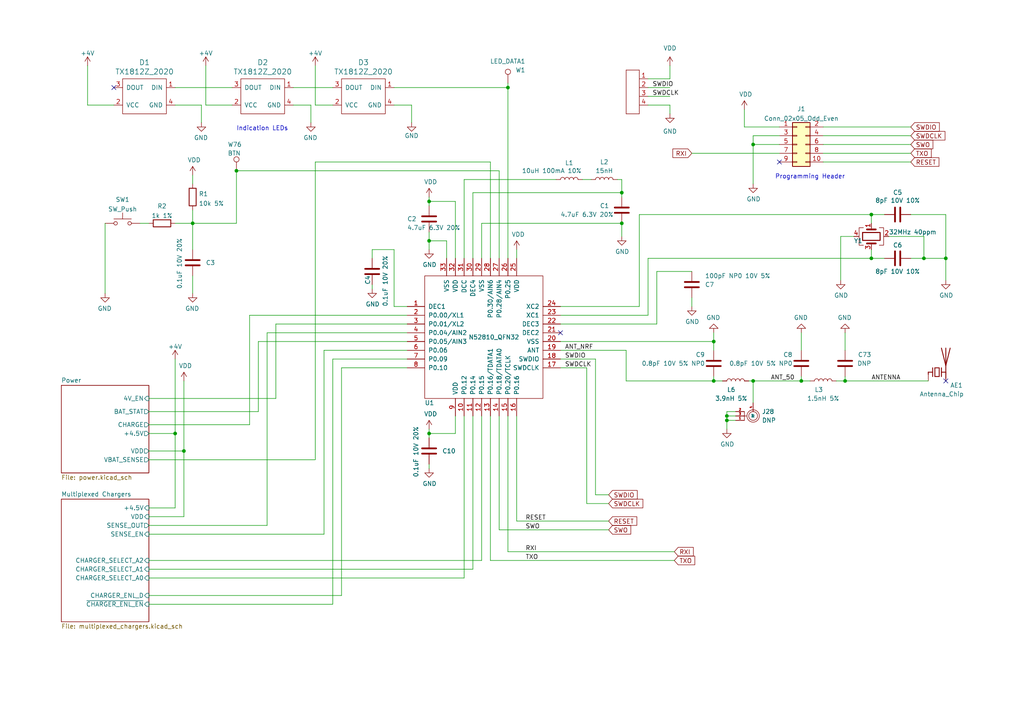
<source format=kicad_sch>
(kicad_sch (version 20211123) (generator eeschema)
  (paper "A4")
  (lib_symbols
    (symbol "Connector_Generic:Conn_02x05_Odd_Even" (pin_names (offset 1.016) hide)
      (property "Reference" "J" (at 1.27 7.62 0))
      (property "Value" "Conn_02x05_Odd_Even" (at 1.27 -7.62 0))
      (symbol "Conn_02x05_Odd_Even_1_1"
        (rectangle (start -1.27 -4.953) (end 0 -5.207) (stroke (width 0.1524)))
        (rectangle (start -1.27 -2.413) (end 0 -2.667) (stroke (width 0.1524)))
        (rectangle (start -1.27 0.127) (end 0 -0.127) (stroke (width 0.1524)))
        (rectangle (start -1.27 2.667) (end 0 2.413) (stroke (width 0.1524)))
        (rectangle (start -1.27 5.207) (end 0 4.953) (stroke (width 0.1524)))
        (rectangle (start -1.27 6.35) (end 3.81 -6.35) (stroke (width 0.254)) (fill (type background)))
        (rectangle (start 3.81 -4.953) (end 2.54 -5.207) (stroke (width 0.1524)))
        (rectangle (start 3.81 -2.413) (end 2.54 -2.667) (stroke (width 0.1524)))
        (rectangle (start 3.81 0.127) (end 2.54 -0.127) (stroke (width 0.1524)))
        (rectangle (start 3.81 2.667) (end 2.54 2.413) (stroke (width 0.1524)))
        (rectangle (start 3.81 5.207) (end 2.54 4.953) (stroke (width 0.1524)))
        (pin passive line (at -5.08 5.08 0) (length 3.81) (name "Pin_1") (number "1"))
        (pin passive line (at 7.62 -5.08 180) (length 3.81) (name "Pin_10") (number "10"))
        (pin passive line (at 7.62 5.08 180) (length 3.81) (name "Pin_2") (number "2"))
        (pin passive line (at -5.08 2.54 0) (length 3.81) (name "Pin_3") (number "3"))
        (pin passive line (at 7.62 2.54 180) (length 3.81) (name "Pin_4") (number "4"))
        (pin passive line (at -5.08 0 0) (length 3.81) (name "Pin_5") (number "5"))
        (pin passive line (at 7.62 0 180) (length 3.81) (name "Pin_6") (number "6"))
        (pin passive line (at -5.08 -2.54 0) (length 3.81) (name "Pin_7") (number "7"))
        (pin passive line (at 7.62 -2.54 180) (length 3.81) (name "Pin_8") (number "8"))
        (pin passive line (at -5.08 -5.08 0) (length 3.81) (name "Pin_9") (number "9"))
      )
    )
    (symbol "Device:Antenna_Chip" (pin_numbers hide) (pin_names (offset 1.016) hide)
      (property "Reference" "AE" (at 0 5.08 0))
      (property "Value" "Antenna_Chip" (at 0 3.175 0))
      (symbol "Antenna_Chip_0_1"
        (polyline (pts (xy -2.54 0) (xy -2.54 -0.635)) (stroke (width 0.254)))
        (polyline (pts (xy -2.54 0) (xy -1.27 0)) (stroke (width 0.254)))
        (polyline (pts (xy 1.27 0) (xy 2.54 0)) (stroke (width 0.254)))
        (polyline (pts (xy 1.27 1.27) (xy 1.27 -1.27)) (stroke (width 0.254)))
        (polyline (pts (xy 2.54 -0.635) (xy 2.54 0)))
        (polyline (pts (xy 2.54 6.985) (xy 2.54 -1.905)) (stroke (width 0.254)))
        (polyline (pts (xy -1.27 1.27) (xy -1.27 -1.27) (xy -1.27 0)) (stroke (width 0.254)))
        (polyline (pts (xy 3.81 6.985) (xy 2.54 1.905) (xy 1.27 6.985)) (stroke (width 0.254)))
        (polyline (pts (xy -0.635 1.27) (xy 0.635 1.27) (xy 0.635 -1.27) (xy -0.635 -1.27) (xy -0.635 1.27)) (stroke (width 0.254)))
      )
      (symbol "Antenna_Chip_1_1"
        (pin input line (at -2.54 -2.54 90) (length 2.54) (name "FEED") (number "1"))
        (pin passive line (at 2.54 -2.54 90) (length 2.54) (name "PCB_Trace") (number "2"))
      )
    )
    (symbol "Device:C" (pin_numbers hide) (pin_names (offset 0.254))
      (property "Reference" "C" (at 0.635 2.54 0))
      (property "Value" "C" (at 0.635 -2.54 0))
      (symbol "C_0_1"
        (polyline (pts (xy -2.032 -0.762) (xy 2.032 -0.762)) (stroke (width 0.508)))
        (polyline (pts (xy -2.032 0.762) (xy 2.032 0.762)) (stroke (width 0.508)))
      )
      (symbol "C_1_1"
        (pin passive line (at 0 3.81 270) (length 2.794) (name "~") (number "1"))
        (pin passive line (at 0 -3.81 90) (length 2.794) (name "~") (number "2"))
      )
    )
    (symbol "Device:Crystal_GND24" (pin_names (offset 1.016) hide)
      (property "Reference" "Y" (at 3.175 5.08 0))
      (property "Value" "Crystal_GND24" (at 3.175 3.175 0))
      (symbol "Crystal_GND24_0_1"
        (rectangle (start -1.143 2.54) (end 1.143 -2.54) (stroke (width 0.3048)))
        (polyline (pts (xy -2.54 0) (xy -2.032 0)))
        (polyline (pts (xy -2.032 -1.27) (xy -2.032 1.27)) (stroke (width 0.508)))
        (polyline (pts (xy 0 -3.81) (xy 0 -3.556)))
        (polyline (pts (xy 0 3.556) (xy 0 3.81)))
        (polyline (pts (xy 2.032 -1.27) (xy 2.032 1.27)) (stroke (width 0.508)))
        (polyline (pts (xy 2.032 0) (xy 2.54 0)))
        (polyline (pts (xy -2.54 -2.286) (xy -2.54 -3.556) (xy 2.54 -3.556) (xy 2.54 -2.286)))
        (polyline (pts (xy -2.54 2.286) (xy -2.54 3.556) (xy 2.54 3.556) (xy 2.54 2.286)))
      )
      (symbol "Crystal_GND24_1_1"
        (pin passive line (at -3.81 0 0) (length 1.27) (name "1") (number "1"))
        (pin passive line (at 0 5.08 270) (length 1.27) (name "2") (number "2"))
        (pin passive line (at 3.81 0 180) (length 1.27) (name "3") (number "3"))
        (pin passive line (at 0 -5.08 90) (length 1.27) (name "4") (number "4"))
      )
    )
    (symbol "Device:L" (pin_numbers hide) (pin_names (offset 1.016) hide)
      (property "Reference" "L" (at -1.27 0 90))
      (property "Value" "L" (at 1.905 0 90))
      (symbol "L_0_1"
        (arc (start 0 -2.54) (mid 0.635 -1.905) (end 0 -1.27))
        (arc (start 0 -1.27) (mid 0.635 -0.635) (end 0 0))
        (arc (start 0 0) (mid 0.635 0.635) (end 0 1.27))
        (arc (start 0 1.27) (mid 0.635 1.905) (end 0 2.54))
      )
      (symbol "L_1_1"
        (pin passive line (at 0 3.81 270) (length 1.27) (name "1") (number "1"))
        (pin passive line (at 0 -3.81 90) (length 1.27) (name "2") (number "2"))
      )
    )
    (symbol "Device:R" (pin_numbers hide) (pin_names (offset 0))
      (property "Reference" "R" (at 2.032 0 90))
      (property "Value" "R" (at 0 0 90))
      (symbol "R_0_1"
        (rectangle (start -1.016 -2.54) (end 1.016 2.54) (stroke (width 0.254)))
      )
      (symbol "R_1_1"
        (pin passive line (at 0 3.81 270) (length 1.27) (name "~") (number "1"))
        (pin passive line (at 0 -3.81 90) (length 1.27) (name "~") (number "2"))
      )
    )
    (symbol "Pixels-dice:N52810_QFN32" (pin_names (offset 1.016))
      (property "Reference" "U" (at 13.97 -19.05 0))
      (property "Value" "N52810_QFN32" (at 2.54 0 0))
      (symbol "N52810_QFN32_0_1"
        (rectangle (start -17.78 17.78) (end 16.51 -17.78))
      )
      (symbol "N52810_QFN32_1_1"
        (pin power_out line (at -22.86 8.89 0) (length 5.08) (name "DEC1") (number "1"))
        (pin bidirectional line (at -6.35 -22.86 90) (length 5.08) (name "P0.12") (number "10"))
        (pin bidirectional line (at -3.81 -22.86 90) (length 5.08) (name "P0.14") (number "11"))
        (pin bidirectional line (at -1.27 -22.86 90) (length 5.08) (name "P0.15") (number "12"))
        (pin bidirectional line (at 1.27 -22.86 90) (length 5.08) (name "P0.16/TDATA1") (number "13"))
        (pin bidirectional line (at 3.81 -22.86 90) (length 5.08) (name "P0.18/TDATA0") (number "14"))
        (pin bidirectional line (at 6.35 -22.86 90) (length 5.08) (name "P0.20/TCLK") (number "15"))
        (pin bidirectional line (at 8.89 -22.86 90) (length 5.08) (name "P0.16") (number "16"))
        (pin bidirectional line (at 21.59 -8.89 180) (length 5.08) (name "SWDCLK") (number "17"))
        (pin bidirectional line (at 21.59 -6.35 180) (length 5.08) (name "SWDIO") (number "18"))
        (pin output line (at 21.59 -3.81 180) (length 5.08) (name "ANT") (number "19"))
        (pin bidirectional line (at -22.86 6.35 0) (length 5.08) (name "P0.00/XL1") (number "2"))
        (pin output line (at 21.59 -1.27 180) (length 5.08) (name "VSS") (number "20"))
        (pin output line (at 21.59 1.27 180) (length 5.08) (name "DEC2") (number "21"))
        (pin output line (at 21.59 3.81 180) (length 5.08) (name "DEC3") (number "22"))
        (pin output line (at 21.59 6.35 180) (length 5.08) (name "XC1") (number "23"))
        (pin input line (at 21.59 8.89 180) (length 5.08) (name "XC2") (number "24"))
        (pin power_in line (at 8.89 22.86 270) (length 5.08) (name "VDD") (number "25"))
        (pin bidirectional line (at 6.35 22.86 270) (length 5.08) (name "P0.25") (number "26"))
        (pin bidirectional line (at 3.81 22.86 270) (length 5.08) (name "P0.28/AIN4") (number "27"))
        (pin bidirectional line (at 1.27 22.86 270) (length 5.08) (name "P0.30/AIN6") (number "28"))
        (pin power_in line (at -1.27 22.86 270) (length 5.08) (name "VSS") (number "29"))
        (pin bidirectional line (at -22.86 3.81 0) (length 5.08) (name "P0.01/XL2") (number "3"))
        (pin output line (at -3.81 22.86 270) (length 5.08) (name "DEC4") (number "30"))
        (pin output line (at -6.35 22.86 270) (length 5.08) (name "DCC") (number "31"))
        (pin power_in line (at -8.89 22.86 270) (length 5.08) (name "VDD") (number "32"))
        (pin power_in line (at -11.43 22.86 270) (length 5.08) (name "VSS") (number "33"))
        (pin bidirectional line (at -22.86 1.27 0) (length 5.08) (name "P0.04/AIN2") (number "4"))
        (pin bidirectional line (at -22.86 -1.27 0) (length 5.08) (name "P0.05/AIN3") (number "5"))
        (pin bidirectional line (at -22.86 -3.81 0) (length 5.08) (name "P0.06") (number "6"))
        (pin bidirectional line (at -22.86 -6.35 0) (length 5.08) (name "P0.09") (number "7"))
        (pin bidirectional line (at -22.86 -8.89 0) (length 5.08) (name "P0.10") (number "8"))
        (pin power_in line (at -8.89 -22.86 90) (length 5.08) (name "VDD") (number "9"))
      )
    )
    (symbol "Pixels-dice:TEST_1P-conn" (pin_numbers hide) (pin_names (offset 0.762) hide)
      (property "Reference" "W" (at 0 6.858 0))
      (property "Value" "TEST_1P-conn" (at 0 5.08 0))
      (symbol "TEST_1P-conn_0_1"
        (circle (center 0 3.302) (radius 0.762))
      )
      (symbol "TEST_1P-conn_1_1"
        (pin passive line (at 0 0 90) (length 2.54) (name "1") (number "1"))
      )
    )
    (symbol "Pixels-dice:TX1812Z_2020" (pin_names (offset 1.016))
      (property "Reference" "D" (at 0 -6.35 0))
      (property "Value" "TX1812Z_2020" (at 0 6.35 0))
      (symbol "TX1812Z_2020_0_1"
        (rectangle (start -6.35 5.08) (end 6.35 -5.08))
      )
      (symbol "TX1812Z_2020_1_1"
        (pin input line (at -8.89 2.54 0) (length 2.54) (name "DIN") (number "1"))
        (pin power_in line (at 8.89 -2.54 180) (length 2.54) (name "VCC") (number "2"))
        (pin output line (at 8.89 2.54 180) (length 2.54) (name "DOUT") (number "3"))
        (pin power_in line (at -8.89 -2.54 0) (length 2.54) (name "GND") (number "4"))
      )
    )
    (symbol "Pixels-dice:W.FL"
      (property "Reference" "J" (at 3.81 -1.27 0))
      (property "Value" "W.FL" (at 4.445 1.27 0))
      (symbol "W.FL_0_1"
        (polyline (pts (xy -1.27 -2.54) (xy 1.27 -2.54)))
        (polyline (pts (xy 0 -2.54) (xy 0 -1.905)))
        (circle (center 0 0) (radius 1.27))
        (circle (center 0 0) (radius 1.7961))
      )
      (symbol "W.FL_1_1"
        (pin passive line (at 1.27 -5.08 90) (length 2.54) (name "") (number "1"))
        (pin passive line (at -1.27 -5.08 90) (length 2.54) (name "") (number "2"))
        (pin passive line (at 0 -5.08 90) (length 2.54) (name "") (number "3"))
        (pin passive line (at -3.81 0 0) (length 2.54) (name "RF") (number "4"))
      )
    )
    (symbol "Pixels-dice:heard4"
      (symbol "heard4_0_1"
        (rectangle (start -3.81 6.35) (end -3.81 -6.35))
        (rectangle (start -3.81 6.35) (end 0 6.35))
        (rectangle (start 0 -6.35) (end -3.81 -6.35))
        (rectangle (start 0 6.35) (end 0 -6.35))
      )
      (symbol "heard4_1_1"
        (pin free line (at 2.54 3.81 180) (length 2.54) (name "") (number "1"))
        (pin free line (at 2.54 1.27 180) (length 2.54) (name "") (number "2"))
        (pin free line (at 2.54 -1.27 180) (length 2.54) (name "") (number "3"))
        (pin free line (at 2.54 -3.81 180) (length 2.54) (name "") (number "4"))
      )
    )
    (symbol "Switch:SW_Push" (pin_numbers hide) (pin_names (offset 1.016) hide)
      (property "Reference" "SW" (at 1.27 2.54 0))
      (property "Value" "SW_Push" (at 0 -1.524 0))
      (symbol "SW_Push_0_1"
        (circle (center -2.032 0) (radius 0.508))
        (polyline (pts (xy 0 1.27) (xy 0 3.048)))
        (polyline (pts (xy 2.54 1.27) (xy -2.54 1.27)))
        (circle (center 2.032 0) (radius 0.508))
        (pin passive line (at -5.08 0 0) (length 2.54) (name "1") (number "1"))
        (pin passive line (at 5.08 0 180) (length 2.54) (name "2") (number "2"))
      )
    )
    (symbol "power:+4V" (power) (pin_names (offset 0))
      (property "Value" "+4V" (at 0 3.556 0))
      (symbol "+4V_0_1"
        (polyline (pts (xy -0.762 1.27) (xy 0 2.54)))
        (polyline (pts (xy 0 0) (xy 0 2.54)))
        (polyline (pts (xy 0 2.54) (xy 0.762 1.27)))
      )
      (symbol "+4V_1_1"
        (pin power_in line (at 0 0 90) (length 0) hide (name "+4V") (number "1"))
      )
    )
    (symbol "power:GND" (power) (pin_names (offset 0))
      (property "Value" "GND" (at 0 -3.81 0))
      (symbol "GND_0_1"
        (polyline (pts (xy 0 0) (xy 0 -1.27) (xy 1.27 -1.27) (xy 0 -2.54) (xy -1.27 -1.27) (xy 0 -1.27)))
      )
      (symbol "GND_1_1"
        (pin power_in line (at 0 0 270) (length 0) hide (name "GND") (number "1"))
      )
    )
    (symbol "power:VDD" (power) (pin_names (offset 0))
      (property "Value" "VDD" (at 0 3.81 0))
      (symbol "VDD_0_1"
        (polyline (pts (xy -0.762 1.27) (xy 0 2.54)))
        (polyline (pts (xy 0 0) (xy 0 2.54)))
        (polyline (pts (xy 0 2.54) (xy 0.762 1.27)))
      )
      (symbol "VDD_1_1"
        (pin power_in line (at 0 0 90) (length 0) hide (name "VDD") (number "1"))
      )
    )
  )
  (junction (at 53.34 130.81))
  (junction (at 210.82 121.92))
  (junction (at 68.58 49.53))
  (junction (at 124.46 125.73))
  (junction (at 252.73 74.93))
  (junction (at 245.11 110.49))
  (junction (at 252.73 62.23))
  (junction (at 55.88 64.77))
  (junction (at 124.46 69.85))
  (junction (at 147.32 25.4))
  (junction (at 274.32 74.93))
  (junction (at 267.97 74.93))
  (junction (at 207.01 99.06))
  (junction (at 180.34 64.77))
  (junction (at 124.46 58.42))
  (junction (at 218.44 110.49))
  (junction (at 232.41 110.49))
  (junction (at 218.44 41.91))
  (junction (at 50.8 125.73))
  (junction (at 210.82 120.65))
  (junction (at 207.01 110.49))
  (junction (at 180.34 55.88))
  (no_connect (at 162.56 96.52))
  (no_connect (at 274.32 110.49))
  (no_connect (at 226.06 46.99))
  (no_connect (at 33.02 25.4))
  (wire (pts (xy 74.93 99.06) (xy 118.11 99.06)))
  (wire (pts (xy 74.93 99.06) (xy 74.93 119.38)))
  (wire (pts (xy 187.96 25.4) (xy 194.31 25.4)))
  (wire (pts (xy 245.11 109.22) (xy 245.11 110.49)))
  (wire (pts (xy 55.88 50.8) (xy 55.88 53.34)))
  (wire (pts (xy 180.34 64.77) (xy 180.34 68.58)))
  (wire (pts (xy 67.31 30.48) (xy 59.69 30.48)))
  (wire (pts (xy 210.82 119.38) (xy 210.82 120.65)))
  (wire (pts (xy 180.34 52.07) (xy 180.34 55.88)))
  (wire (pts (xy 217.17 110.49) (xy 218.44 110.49)))
  (wire (pts (xy 114.3 25.4) (xy 147.32 25.4)))
  (wire (pts (xy 58.42 30.48) (xy 58.42 35.56)))
  (wire (pts (xy 147.32 120.65) (xy 147.32 160.02)))
  (wire (pts (xy 226.06 44.45) (xy 200.66 44.45)))
  (wire (pts (xy 43.18 123.19) (xy 72.39 123.19)))
  (wire (pts (xy 252.73 74.93) (xy 256.54 74.93)))
  (wire (pts (xy 207.01 99.06) (xy 207.01 101.6)))
  (wire (pts (xy 170.18 106.68) (xy 170.18 146.05)))
  (wire (pts (xy 96.52 104.14) (xy 118.11 104.14)))
  (wire (pts (xy 162.56 88.9) (xy 185.42 88.9)))
  (wire (pts (xy 68.58 64.77) (xy 68.58 49.53)))
  (wire (pts (xy 267.97 68.58) (xy 267.97 74.93)))
  (wire (pts (xy 99.06 172.72) (xy 99.06 106.68)))
  (wire (pts (xy 134.62 52.07) (xy 161.29 52.07)))
  (wire (pts (xy 232.41 110.49) (xy 234.95 110.49)))
  (wire (pts (xy 72.39 123.19) (xy 72.39 91.44)))
  (wire (pts (xy 93.98 101.6) (xy 93.98 154.94)))
  (wire (pts (xy 91.44 46.99) (xy 142.24 46.99)))
  (wire (pts (xy 67.31 25.4) (xy 50.8 25.4)))
  (wire (pts (xy 55.88 64.77) (xy 68.58 64.77)))
  (wire (pts (xy 238.76 44.45) (xy 264.16 44.45)))
  (wire (pts (xy 172.72 143.51) (xy 176.53 143.51)))
  (wire (pts (xy 139.7 64.77) (xy 180.34 64.77)))
  (wire (pts (xy 53.34 110.49) (xy 53.34 130.81)))
  (wire (pts (xy 147.32 24.13) (xy 147.32 25.4)))
  (wire (pts (xy 194.31 19.05) (xy 194.31 22.86)))
  (wire (pts (xy 179.07 52.07) (xy 180.34 52.07)))
  (wire (pts (xy 134.62 120.65) (xy 134.62 167.64)))
  (wire (pts (xy 53.34 130.81) (xy 43.18 130.81)))
  (wire (pts (xy 210.82 120.65) (xy 210.82 121.92)))
  (wire (pts (xy 187.96 30.48) (xy 194.31 30.48)))
  (wire (pts (xy 142.24 120.65) (xy 142.24 162.56)))
  (wire (pts (xy 43.18 162.56) (xy 139.7 162.56)))
  (wire (pts (xy 181.61 101.6) (xy 181.61 110.49)))
  (wire (pts (xy 162.56 106.68) (xy 170.18 106.68)))
  (wire (pts (xy 139.7 64.77) (xy 139.7 74.93)))
  (wire (pts (xy 137.16 120.65) (xy 137.16 165.1)))
  (wire (pts (xy 185.42 62.23) (xy 252.73 62.23)))
  (wire (pts (xy 50.8 147.32) (xy 50.8 125.73)))
  (wire (pts (xy 185.42 88.9) (xy 185.42 62.23)))
  (wire (pts (xy 59.69 19.05) (xy 59.69 30.48)))
  (wire (pts (xy 137.16 55.88) (xy 137.16 74.93)))
  (wire (pts (xy 200.66 86.36) (xy 200.66 88.9)))
  (wire (pts (xy 190.5 93.98) (xy 162.56 93.98)))
  (wire (pts (xy 181.61 110.49) (xy 207.01 110.49)))
  (wire (pts (xy 68.58 49.53) (xy 144.78 49.53)))
  (wire (pts (xy 93.98 101.6) (xy 118.11 101.6)))
  (wire (pts (xy 43.18 152.4) (xy 77.47 152.4)))
  (wire (pts (xy 218.44 39.37) (xy 218.44 41.91)))
  (wire (pts (xy 91.44 133.35) (xy 91.44 46.99)))
  (wire (pts (xy 232.41 96.52) (xy 232.41 101.6)))
  (wire (pts (xy 207.01 96.52) (xy 207.01 99.06)))
  (wire (pts (xy 55.88 60.96) (xy 55.88 64.77)))
  (wire (pts (xy 218.44 41.91) (xy 218.44 53.34)))
  (wire (pts (xy 53.34 130.81) (xy 53.34 149.86)))
  (wire (pts (xy 124.46 67.31) (xy 124.46 69.85)))
  (wire (pts (xy 180.34 55.88) (xy 137.16 55.88)))
  (wire (pts (xy 132.08 120.65) (xy 132.08 125.73)))
  (wire (pts (xy 144.78 120.65) (xy 144.78 153.67)))
  (wire (pts (xy 168.91 52.07) (xy 171.45 52.07)))
  (wire (pts (xy 134.62 74.93) (xy 134.62 52.07)))
  (wire (pts (xy 257.81 68.58) (xy 267.97 68.58)))
  (wire (pts (xy 107.95 82.55) (xy 107.95 83.82)))
  (wire (pts (xy 50.8 125.73) (xy 43.18 125.73)))
  (wire (pts (xy 114.3 72.39) (xy 107.95 72.39)))
  (wire (pts (xy 124.46 125.73) (xy 124.46 127)))
  (wire (pts (xy 162.56 99.06) (xy 207.01 99.06)))
  (wire (pts (xy 80.01 93.98) (xy 80.01 115.57)))
  (wire (pts (xy 264.16 62.23) (xy 274.32 62.23)))
  (wire (pts (xy 149.86 120.65) (xy 149.86 151.13)))
  (wire (pts (xy 238.76 46.99) (xy 264.16 46.99)))
  (wire (pts (xy 210.82 121.92) (xy 210.82 124.46)))
  (wire (pts (xy 187.96 74.93) (xy 252.73 74.93)))
  (wire (pts (xy 124.46 69.85) (xy 124.46 72.39)))
  (wire (pts (xy 147.32 160.02) (xy 195.58 160.02)))
  (wire (pts (xy 242.57 110.49) (xy 245.11 110.49)))
  (wire (pts (xy 162.56 104.14) (xy 172.72 104.14)))
  (wire (pts (xy 226.06 36.83) (xy 215.9 36.83)))
  (wire (pts (xy 58.42 30.48) (xy 50.8 30.48)))
  (wire (pts (xy 142.24 162.56) (xy 195.58 162.56)))
  (wire (pts (xy 162.56 101.6) (xy 181.61 101.6)))
  (wire (pts (xy 232.41 109.22) (xy 232.41 110.49)))
  (wire (pts (xy 72.39 91.44) (xy 118.11 91.44)))
  (wire (pts (xy 267.97 74.93) (xy 274.32 74.93)))
  (wire (pts (xy 144.78 49.53) (xy 144.78 74.93)))
  (wire (pts (xy 77.47 152.4) (xy 77.47 96.52)))
  (wire (pts (xy 124.46 58.42) (xy 124.46 59.69)))
  (wire (pts (xy 93.98 154.94) (xy 43.18 154.94)))
  (wire (pts (xy 43.18 175.26) (xy 96.52 175.26)))
  (wire (pts (xy 118.11 88.9) (xy 114.3 88.9)))
  (wire (pts (xy 124.46 134.62) (xy 124.46 135.89)))
  (wire (pts (xy 226.06 39.37) (xy 218.44 39.37)))
  (wire (pts (xy 264.16 74.93) (xy 267.97 74.93)))
  (wire (pts (xy 139.7 120.65) (xy 139.7 162.56)))
  (wire (pts (xy 107.95 72.39) (xy 107.95 74.93)))
  (wire (pts (xy 147.32 25.4) (xy 147.32 74.93)))
  (wire (pts (xy 149.86 72.39) (xy 149.86 74.93)))
  (wire (pts (xy 213.36 121.92) (xy 210.82 121.92)))
  (wire (pts (xy 91.44 19.05) (xy 91.44 30.48)))
  (wire (pts (xy 124.46 58.42) (xy 124.46 57.15)))
  (wire (pts (xy 43.18 167.64) (xy 134.62 167.64)))
  (wire (pts (xy 247.65 68.58) (xy 243.84 68.58)))
  (wire (pts (xy 194.31 30.48) (xy 194.31 33.02)))
  (wire (pts (xy 50.8 104.14) (xy 50.8 125.73)))
  (wire (pts (xy 218.44 41.91) (xy 226.06 41.91)))
  (wire (pts (xy 176.53 151.13) (xy 149.86 151.13)))
  (wire (pts (xy 55.88 64.77) (xy 55.88 72.39)))
  (wire (pts (xy 243.84 68.58) (xy 243.84 81.28)))
  (wire (pts (xy 43.18 147.32) (xy 50.8 147.32)))
  (wire (pts (xy 162.56 91.44) (xy 187.96 91.44)))
  (wire (pts (xy 96.52 25.4) (xy 85.09 25.4)))
  (wire (pts (xy 218.44 110.49) (xy 218.44 116.84)))
  (wire (pts (xy 187.96 27.94) (xy 194.31 27.94)))
  (wire (pts (xy 33.02 30.48) (xy 25.4 30.48)))
  (wire (pts (xy 55.88 80.01) (xy 55.88 85.09)))
  (wire (pts (xy 80.01 93.98) (xy 118.11 93.98)))
  (wire (pts (xy 43.18 172.72) (xy 99.06 172.72)))
  (wire (pts (xy 245.11 110.49) (xy 269.24 110.49)))
  (wire (pts (xy 252.73 64.77) (xy 252.73 62.23)))
  (wire (pts (xy 274.32 62.23) (xy 274.32 74.93)))
  (wire (pts (xy 176.53 153.67) (xy 144.78 153.67)))
  (wire (pts (xy 124.46 125.73) (xy 124.46 124.46)))
  (wire (pts (xy 274.32 74.93) (xy 274.32 81.28)))
  (wire (pts (xy 50.8 64.77) (xy 55.88 64.77)))
  (wire (pts (xy 245.11 96.52) (xy 245.11 101.6)))
  (wire (pts (xy 200.66 78.74) (xy 190.5 78.74)))
  (wire (pts (xy 215.9 36.83) (xy 215.9 31.75)))
  (wire (pts (xy 96.52 104.14) (xy 96.52 175.26)))
  (wire (pts (xy 132.08 74.93) (xy 132.08 58.42)))
  (wire (pts (xy 190.5 78.74) (xy 190.5 93.98)))
  (wire (pts (xy 30.48 64.77) (xy 30.48 85.09)))
  (wire (pts (xy 129.54 69.85) (xy 124.46 69.85)))
  (wire (pts (xy 119.38 30.48) (xy 114.3 30.48)))
  (wire (pts (xy 142.24 46.99) (xy 142.24 74.93)))
  (wire (pts (xy 96.52 30.48) (xy 91.44 30.48)))
  (wire (pts (xy 90.17 30.48) (xy 85.09 30.48)))
  (wire (pts (xy 99.06 106.68) (xy 118.11 106.68)))
  (wire (pts (xy 25.4 19.05) (xy 25.4 30.48)))
  (wire (pts (xy 119.38 30.48) (xy 119.38 35.56)))
  (wire (pts (xy 43.18 115.57) (xy 80.01 115.57)))
  (wire (pts (xy 252.73 62.23) (xy 256.54 62.23)))
  (wire (pts (xy 238.76 41.91) (xy 264.16 41.91)))
  (wire (pts (xy 213.36 120.65) (xy 210.82 120.65)))
  (wire (pts (xy 132.08 58.42) (xy 124.46 58.42)))
  (wire (pts (xy 213.36 119.38) (xy 210.82 119.38)))
  (wire (pts (xy 180.34 55.88) (xy 180.34 57.15)))
  (wire (pts (xy 114.3 88.9) (xy 114.3 72.39)))
  (wire (pts (xy 207.01 110.49) (xy 209.55 110.49)))
  (wire (pts (xy 170.18 146.05) (xy 176.53 146.05)))
  (wire (pts (xy 53.34 149.86) (xy 43.18 149.86)))
  (wire (pts (xy 40.64 64.77) (xy 43.18 64.77)))
  (wire (pts (xy 77.47 96.52) (xy 118.11 96.52)))
  (wire (pts (xy 172.72 104.14) (xy 172.72 143.51)))
  (wire (pts (xy 187.96 91.44) (xy 187.96 74.93)))
  (wire (pts (xy 238.76 39.37) (xy 264.16 39.37)))
  (wire (pts (xy 238.76 36.83) (xy 264.16 36.83)))
  (wire (pts (xy 252.73 72.39) (xy 252.73 74.93)))
  (wire (pts (xy 218.44 110.49) (xy 232.41 110.49)))
  (wire (pts (xy 207.01 109.22) (xy 207.01 110.49)))
  (wire (pts (xy 187.96 22.86) (xy 194.31 22.86)))
  (wire (pts (xy 132.08 125.73) (xy 124.46 125.73)))
  (wire (pts (xy 129.54 74.93) (xy 129.54 69.85)))
  (wire (pts (xy 43.18 165.1) (xy 137.16 165.1)))
  (wire (pts (xy 74.93 119.38) (xy 43.18 119.38)))
  (wire (pts (xy 90.17 35.56) (xy 90.17 30.48)))
  (wire (pts (xy 43.18 133.35) (xy 91.44 133.35)))
  (text "Programming Header" (at 224.79 52.07 0) (effects (font (size 1.27 1.27)) (justify left bottom)))
  (text "Indication LEDs" (at 68.58 38.1 0) (effects (font (size 1.27 1.27)) (justify left bottom)))
  (label "ANT_50" (at 223.52 110.49 0))
  (label "ANTENNA" (at 252.73 110.49 0))
  (label "ANT_NRF" (at 163.83 101.6 0))
  (label "SWDCLK" (at 189.23 27.94 0))
  (label "TXO" (at 152.4 162.56 0))
  (label "RESET" (at 152.4 151.13 0))
  (label "SWO" (at 152.4 153.67 0))
  (label "SWDCLK" (at 163.83 106.68 0))
  (label "SWDIO" (at 163.83 104.14 0))
  (label "SWDIO" (at 189.23 25.4 0))
  (label "RXI" (at 152.4 160.02 0))
  (global_label "RESET" (shape input) (at 264.16 46.99 0) (property "Intersheet References" "${INTERSHEET_REFS}" (effects hide)))
  (global_label "SWDCLK" (shape input) (at 264.16 39.37 0) (property "Intersheet References" "${INTERSHEET_REFS}" (effects hide)))
  (global_label "TXO" (shape input) (at 264.16 44.45 0) (property "Intersheet References" "${INTERSHEET_REFS}" (effects hide)))
  (global_label "SWO" (shape input) (at 176.53 153.67 0) (property "Intersheet References" "${INTERSHEET_REFS}" (effects hide)))
  (global_label "SWDIO" (shape input) (at 176.53 143.51 0) (property "Intersheet References" "${INTERSHEET_REFS}" (effects hide)))
  (global_label "TXO" (shape input) (at 195.58 162.56 0) (property "Intersheet References" "${INTERSHEET_REFS}" (effects hide)))
  (global_label "RXI" (shape input) (at 195.58 160.02 0) (property "Intersheet References" "${INTERSHEET_REFS}" (effects hide)))
  (global_label "RXI" (shape input) (at 200.66 44.45 180) (property "Intersheet References" "${INTERSHEET_REFS}" (effects hide)))
  (global_label "RESET" (shape input) (at 176.53 151.13 0) (property "Intersheet References" "${INTERSHEET_REFS}" (effects hide)))
  (global_label "SWDIO" (shape input) (at 264.16 36.83 0) (property "Intersheet References" "${INTERSHEET_REFS}" (effects hide)))
  (global_label "SWO" (shape input) (at 264.16 41.91 0) (property "Intersheet References" "${INTERSHEET_REFS}" (effects hide)))
  (global_label "SWDCLK" (shape input) (at 176.53 146.05 0) (property "Intersheet References" "${INTERSHEET_REFS}" (effects hide)))
  (symbol (lib_id "power:VDD") (at 215.9 31.75 0) (unit 1)
    (property "Reference" "#PWR04" (effects hide))
    (property "Value" "VDD" (at 216.281 27.3558 0))
  )
  (symbol (lib_id "Device:L") (at 213.36 110.49 90) (unit 1)
    (property "Reference" "L6" (at 212.09 113.03 90))
    (property "Value" "3.9nH 5%" (at 212.09 115.57 90))
    (property "Footprint" "Pixels-dice:0402_RF" (effects hide))
    (property "Generic OK" "YES" (effects hide))
    (property "Manufacturer" "Murata" (effects hide))
    (property "Manufacturer Part Number" "LQG15HS3N9B02D" (effects hide))
  )
  (symbol (lib_id "power:GND") (at 30.48 85.09 0) (mirror y) (unit 1)
    (property "Reference" "#PWR015" (effects hide))
    (property "Value" "GND" (at 30.353 89.4842 0))
  )
  (symbol (lib_id "Device:C") (at 124.46 130.81 0) (unit 1)
    (property "Reference" "C10" (at 128.27 130.81 0) (effects (justify left)))
    (property "Value" "0.1uF 10V 20%" (at 120.65 138.43 90) (effects (justify left)))
    (property "Footprint" "Capacitor_SMD:C_0402_1005Metric" (effects hide))
    (property "Generic OK" "YES" (effects hide))
    (property "Manufacturer" "Murata" (effects hide))
    (property "Manufacturer Part Number" "GRM155R61H104KE19D" (effects hide))
    (property "LCSC Part Number" "C2168305" (effects hide))
  )
  (symbol (lib_id "Device:Antenna_Chip") (at 271.78 107.95 0) (unit 1)
    (property "Reference" "AE1" (at 275.59 111.76 0) (effects (justify left)))
    (property "Value" "Antenna_Chip" (at 266.7 114.3 0) (effects (justify left)))
    (property "Footprint" "Pixels-dice:CHIP_ANT" (effects hide))
    (property "Generic OK" "NO" (effects hide))
    (property "Manufacturer" "Microgate" (effects hide))
    (property "Manufacturer Part Number" "MGMA3216H2450-A02" (effects hide))
  )
  (symbol (lib_id "power:GND") (at 243.84 81.28 0) (unit 1)
    (property "Reference" "#PWR019" (effects hide))
    (property "Value" "GND" (at 243.967 85.6742 0))
  )
  (symbol (lib_id "Device:R") (at 55.88 57.15 180) (unit 1)
    (property "Reference" "R1" (at 57.658 56.2415 0) (effects (justify right)))
    (property "Value" "10k 5%" (at 57.658 59.0166 0) (effects (justify right)))
    (property "Footprint" "Resistor_SMD:R_0402_1005Metric" (effects hide))
    (property "LCSC Part Number" "C25744" (effects hide))
    (property "Manufacturer" "UNI-ROYAL(Uniroyal Elec)" (effects hide))
    (property "Manufacturer Part Number" "0402WGF1002TCE" (effects hide))
    (property "Generic OK" "YES" (effects hide))
  )
  (symbol (lib_id "Device:Crystal_GND24") (at 252.73 68.58 270) (unit 1)
    (property "Reference" "Y1" (at 247.65 69.85 90) (effects (justify left)))
    (property "Value" "32MHz 40ppm" (at 257.81 67.31 90) (effects (justify left)))
    (property "Footprint" "Pixels-dice:Crystal_SMD_2016-4Pin_2.0x1.6mm" (effects hide))
    (property "Generic OK" "YES" (effects hide))
    (property "Manufacturer" "Murata" (effects hide))
    (property "Manufacturer Part Number" "XRCGB32M000F2P00R0" (effects hide))
    (property "Pixels Part Number" "SMD-Y001" (effects hide))
    (property "LCSC Part Number" "C527602" (effects hide))
  )
  (symbol (lib_id "Pixels-dice:W.FL") (at 218.44 120.65 270) (unit 1)
    (property "Reference" "J28" (at 220.98 119.3799 90) (effects (justify left)))
    (property "Value" "DNP" (at 220.98 121.9199 90) (effects (justify left)))
    (property "Footprint" "RFFrontEnd:MFH3.RECE.20369.001E.01" (effects hide))
    (property "Generic OK" "N/A" (effects hide))
  )
  (symbol (lib_id "Device:C") (at 260.35 62.23 270) (unit 1)
    (property "Reference" "C5" (at 260.35 55.8292 90))
    (property "Value" "8pF 10V 10%" (at 260.35 58.1406 90))
    (property "Footprint" "Capacitor_SMD:C_0402_1005Metric" (effects hide))
    (property "Generic OK" "YES" (effects hide))
    (property "Pixels Part Number" "SMD-C001" (effects hide))
    (property "Manufacturer" "Murata" (effects hide))
    (property "Manufacturer Part Number" "GRT1555C2A8R0DA02" (effects hide))
    (property "LCSC Part Number" "C521082" (effects hide))
  )
  (symbol (lib_id "power:VDD") (at 124.46 124.46 0) (unit 1)
    (property "Reference" "#PWR025" (effects hide))
    (property "Value" "VDD" (at 124.8918 120.0658 0))
  )
  (symbol (lib_id "power:GND") (at 90.17 35.56 0) (mirror y) (unit 1)
    (property "Reference" "#PWR06" (effects hide))
    (property "Value" "GND" (at 90.043 39.9542 0))
  )
  (symbol (lib_id "power:GND") (at 124.46 72.39 0) (unit 1)
    (property "Reference" "#PWR012" (effects hide))
    (property "Value" "GND" (at 124.587 76.7842 0))
  )
  (symbol (lib_id "power:GND") (at 218.44 53.34 0) (unit 1)
    (property "Reference" "#PWR0101" (effects hide))
    (property "Value" "GND" (at 218.567 57.7342 0))
  )
  (symbol (lib_id "Device:C") (at 245.11 105.41 180) (unit 1)
    (property "Reference" "C73" (at 252.73 102.87 0) (effects (justify left)))
    (property "Value" "DNP" (at 252.73 105.41 0) (effects (justify left)))
    (property "Footprint" "Pixels-dice:0402_RF" (effects hide))
    (property "Generic OK" "YES" (effects hide))
    (property "Pixels Part Number" "SMD-C004" (effects hide))
  )
  (symbol (lib_id "Device:L") (at 238.76 110.49 90) (unit 1)
    (property "Reference" "L3" (at 237.49 113.03 90))
    (property "Value" "1.5nH 5%" (at 238.76 115.57 90))
    (property "Footprint" "Pixels-dice:0402_RF" (effects hide))
    (property "Generic OK" "YES" (effects hide))
    (property "Manufacturer" "Murata" (effects hide))
    (property "Manufacturer Part Number" "LQG15WZ1N5B02D" (effects hide))
  )
  (symbol (lib_id "power:VDD") (at 124.46 57.15 0) (unit 1)
    (property "Reference" "#PWR09" (effects hide))
    (property "Value" "VDD" (at 124.8918 52.7558 0))
  )
  (symbol (lib_id "power:GND") (at 245.11 96.52 180) (unit 1)
    (property "Reference" "#PWR087" (effects hide))
    (property "Value" "GND" (at 244.983 92.1258 0))
  )
  (symbol (lib_id "power:VDD") (at 55.88 50.8 0) (unit 1)
    (property "Reference" "#PWR08" (effects hide))
    (property "Value" "VDD" (at 56.3118 46.4058 0))
  )
  (symbol (lib_id "Pixels-dice:TX1812Z_2020") (at 105.41 27.94 0) (mirror y) (unit 1)
    (property "Reference" "D3" (at 105.41 18.1102 0) (effects (font (size 1.524 1.524))))
    (property "Value" "TX1812Z_2020" (at 105.41 20.8026 0) (effects (font (size 1.524 1.524))))
    (property "Footprint" "Pixels-dice:TX1812Z_2020" (effects hide))
    (property "Manufacturer" "TCWIN" (effects hide))
    (property "Manufacturer Part Number" "TC2020RGB-3CJH-TX1812Z5" (effects hide))
    (property "Pixels Part Number" "SMD-D002-ALT2" (effects hide))
    (property "Generic OK" "NO" (effects hide))
    (property "LCSC Part Number" "C784564" (effects hide))
  )
  (symbol (lib_id "Device:C") (at 124.46 63.5 0) (unit 1)
    (property "Reference" "C2" (at 118.11 63.5 0) (effects (justify left)))
    (property "Value" "4.7uF 6.3V 20%" (at 118.11 66.04 0) (effects (justify left)))
    (property "Footprint" "Capacitor_SMD:C_0603_1608Metric" (effects hide))
    (property "Generic OK" "YES" (effects hide))
    (property "Pixels Part Number" "SMD-C002" (effects hide))
    (property "Manufacturer" "Murata" (effects hide))
    (property "Manufacturer Part Number" "GRM188R61A475KE15D" (effects hide))
    (property "LCSC Part Number" "C71633" (effects hide))
  )
  (symbol (lib_id "Pixels-dice:TEST_1P-conn") (at 68.58 49.53 0) (unit 1)
    (property "Reference" "W76" (at 66.04 41.91 0) (effects (justify left)))
    (property "Value" "BTN" (at 66.04 44.45 0) (effects (justify left)))
    (property "Footprint" "Pixels-dice:TestPoint_1.5x1.5_Drill0.9mm" (effects hide))
  )
  (symbol (lib_id "Device:R") (at 46.99 64.77 90) (unit 1)
    (property "Reference" "R2" (at 46.99 59.7875 90))
    (property "Value" "1k 1%" (at 46.99 62.5626 90))
    (property "Footprint" "Resistor_SMD:R_0402_1005Metric" (effects hide))
    (property "LCSC Part Number" "C11702" (effects hide))
    (property "Manufacturer" "UNI-ROYAL(Uniroyal Elec)" (effects hide))
    (property "Manufacturer Part Number" "0402WGF1001TCE" (effects hide))
    (property "Generic OK" "YES" (effects hide))
  )
  (symbol (lib_id "Device:C") (at 55.88 76.2 0) (unit 1)
    (property "Reference" "C3" (at 59.69 76.2 0) (effects (justify left)))
    (property "Value" "0.1uF 10V 20%" (at 52.07 83.82 90) (effects (justify left)))
    (property "Footprint" "Capacitor_SMD:C_0402_1005Metric" (effects hide))
    (property "Generic OK" "YES" (effects hide))
    (property "Manufacturer" "Murata" (effects hide))
    (property "Manufacturer Part Number" "GRM155R61H104KE19D" (effects hide))
    (property "LCSC Part Number" "C2168305" (effects hide))
  )
  (symbol (lib_id "power:GND") (at 119.38 35.56 0) (mirror y) (unit 1)
    (property "Reference" "#PWR07" (effects hide))
    (property "Value" "GND" (at 119.38 39.37 0))
  )
  (symbol (lib_id "Device:L") (at 175.26 52.07 90) (unit 1)
    (property "Reference" "L2" (at 175.26 46.99 90))
    (property "Value" "15nH" (at 175.26 49.53 90))
    (property "Footprint" "Inductor_SMD:L_0402_1005Metric" (effects hide))
    (property "Generic OK" "YES" (effects hide))
    (property "Manufacturer" "Murata" (effects hide))
    (property "Manufacturer Part Number" "LQG15HS15NJ02D" (effects hide))
    (property "LCSC Part Number" "C87189" (effects hide))
  )
  (symbol (lib_id "power:GND") (at 200.66 88.9 0) (unit 1)
    (property "Reference" "#PWR022" (effects hide))
    (property "Value" "GND" (at 200.787 93.2942 0))
  )
  (symbol (lib_id "power:GND") (at 232.41 96.52 180) (unit 1)
    (property "Reference" "#PWR024" (effects hide))
    (property "Value" "GND" (at 232.283 92.1258 0))
  )
  (symbol (lib_id "power:+4V") (at 59.69 19.05 0) (unit 1)
    (property "Reference" "#PWR02" (effects hide))
    (property "Value" "+4V" (at 59.69 15.4455 0))
  )
  (symbol (lib_id "Device:C") (at 232.41 105.41 180) (unit 1)
    (property "Reference" "C8" (at 229.87 102.87 0) (effects (justify left)))
    (property "Value" "0.8pF 10V 5% NP0" (at 229.87 105.41 0) (effects (justify left)))
    (property "Footprint" "Pixels-dice:0402_RF" (effects hide))
    (property "Generic OK" "YES" (effects hide))
    (property "Pixels Part Number" "SMD-C004" (effects hide))
    (property "Manufacturer" "Murata" (effects hide))
    (property "Manufacturer Part Number" "GJM1555C1HR80BB01" (effects hide))
  )
  (symbol (lib_id "power:VDD") (at 53.34 110.49 0) (unit 1)
    (property "Reference" "#PWR018" (effects hide))
    (property "Value" "VDD" (at 53.7718 106.0958 0))
  )
  (symbol (lib_id "Switch:SW_Push") (at 35.56 64.77 0) (mirror y) (unit 1)
    (property "Reference" "SW1" (at 35.56 57.8825 0))
    (property "Value" "SW_Push" (at 35.56 60.6576 0))
    (property "Footprint" "Pixels-dice:TSB002" (effects hide))
    (property "Manufacturer" "BZCN" (effects hide))
    (property "Manufacturer Part Number" "TSB001A3526A02" (effects hide))
    (property "LCSC Part Number" "C2888889" (effects hide))
    (property "Generic OK" "NO" (effects hide))
  )
  (symbol (lib_id "Device:C") (at 207.01 105.41 180) (unit 1)
    (property "Reference" "C9" (at 204.47 102.87 0) (effects (justify left)))
    (property "Value" "0.8pF 10V 5% NP0" (at 204.47 105.41 0) (effects (justify left)))
    (property "Footprint" "Pixels-dice:0402_RF" (effects hide))
    (property "Generic OK" "YES" (effects hide))
    (property "Pixels Part Number" "SMD-C004" (effects hide))
    (property "Manufacturer" "Murata" (effects hide))
    (property "Manufacturer Part Number" "GJM1555C1HR80BB01" (effects hide))
  )
  (symbol (lib_id "Pixels-dice:heard4") (at 185.42 26.67 0) (unit 1)
    (property "Reference" "P1" (effects hide))
    (property "Value" "heard4" (effects hide))
    (property "Footprint" "Pixels-dice:4x2.54mm_SMD" (effects hide))
  )
  (symbol (lib_id "power:GND") (at 58.42 35.56 0) (mirror y) (unit 1)
    (property "Reference" "#PWR05" (effects hide))
    (property "Value" "GND" (at 58.293 39.9542 0))
  )
  (symbol (lib_id "power:GND") (at 274.32 81.28 0) (unit 1)
    (property "Reference" "#PWR020" (effects hide))
    (property "Value" "GND" (at 274.447 85.6742 0))
  )
  (symbol (lib_id "Pixels-dice:N52810_QFN32") (at 140.97 97.79 0) (unit 1)
    (property "Reference" "U1" (at 123.19 116.84 0) (effects (justify left)))
    (property "Value" "N52810_QFN32" (at 135.89 97.79 0) (effects (justify left)))
    (property "Footprint" "Package_DFN_QFN:QFN-32-1EP_5x5mm_P0.5mm_EP3.1x3.1mm" (effects hide))
    (property "Generic OK" "NO" (effects hide))
    (property "Manufacturer" "Nordic Semiconductor" (effects hide))
    (property "Manufacturer Part Number" "NRF52810-QCAA-R" (effects hide))
    (property "Pixels Part Number" "SMD-U001" (effects hide))
  )
  (symbol (lib_id "power:GND") (at 194.31 33.02 0) (unit 1)
    (property "Reference" "#PWR0102" (effects hide))
    (property "Value" "GND" (at 194.31 38.1 0))
  )
  (symbol (lib_id "Device:L") (at 165.1 52.07 90) (unit 1)
    (property "Reference" "L1" (at 165.1 47.244 90))
    (property "Value" "10uH 100mA 10%" (at 160.02 49.53 90))
    (property "Footprint" "Inductor_SMD:L_0805_2012Metric" (effects hide))
    (property "Generic OK" "YES" (effects hide))
    (property "Pixels Part Number" "SMD-L001" (effects hide))
    (property "Manufacturer" "Murata" (effects hide))
    (property "Manufacturer Part Number" "LQM21FN100M80L" (effects hide))
    (property "LCSC Part Number" "C223269" (effects hide))
  )
  (symbol (lib_id "power:GND") (at 55.88 85.09 0) (mirror y) (unit 1)
    (property "Reference" "#PWR016" (effects hide))
    (property "Value" "GND" (at 55.753 89.4842 0))
  )
  (symbol (lib_id "power:VDD") (at 149.86 72.39 0) (unit 1)
    (property "Reference" "#PWR013" (effects hide))
    (property "Value" "VDD" (at 150.2918 67.9958 0))
  )
  (symbol (lib_id "Device:C") (at 200.66 82.55 0) (unit 1)
    (property "Reference" "C7" (at 204.47 82.55 0) (effects (justify left)))
    (property "Value" "100pF NP0 10V 5%" (at 204.47 80.01 0) (effects (justify left)))
    (property "Footprint" "Capacitor_SMD:C_0402_1005Metric" (effects hide))
    (property "Generic OK" "YES" (effects hide))
    (property "Pixels Part Number" "SMD-C003" (effects hide))
    (property "Manufacturer" "Murata" (effects hide))
    (property "Manufacturer Part Number" "GCM1555C1H101JA16J" (effects hide))
    (property "LCSC Part Number" "C2188957" (effects hide))
  )
  (symbol (lib_id "Device:C") (at 107.95 78.74 0) (unit 1)
    (property "Reference" "C4" (at 106.68 82.55 90) (effects (justify left)))
    (property "Value" "0.1uF 10V 20%" (at 111.76 88.9 90) (effects (justify left)))
    (property "Footprint" "Capacitor_SMD:C_0402_1005Metric" (effects hide))
    (property "Generic OK" "YES" (effects hide))
    (property "Manufacturer" "Murata" (effects hide))
    (property "Manufacturer Part Number" "GRM155R61H104KE19D" (effects hide))
    (property "LCSC Part Number" "C2168305" (effects hide))
  )
  (symbol (lib_id "Pixels-dice:TX1812Z_2020") (at 41.91 27.94 0) (mirror y) (unit 1)
    (property "Reference" "D1" (at 41.91 18.1102 0) (effects (font (size 1.524 1.524))))
    (property "Value" "TX1812Z_2020" (at 41.91 20.8026 0) (effects (font (size 1.524 1.524))))
    (property "Footprint" "Pixels-dice:TX1812Z_2020" (effects hide))
    (property "Manufacturer" "TCWIN" (effects hide))
    (property "Manufacturer Part Number" "TC2020RGB-3CJH-TX1812Z5" (effects hide))
    (property "Pixels Part Number" "SMD-D002-ALT2" (effects hide))
    (property "Generic OK" "NO" (effects hide))
    (property "LCSC Part Number" "C784564" (effects hide))
  )
  (symbol (lib_id "Connector_Generic:Conn_02x05_Odd_Even") (at 231.14 41.91 0) (unit 1)
    (property "Reference" "J1" (at 232.41 31.5935 0))
    (property "Value" "Conn_02x05_Odd_Even" (at 232.41 34.3686 0))
    (property "Footprint" "Connector_PinHeader_1.27mm:PinHeader_2x05_P1.27mm_Vertical_SMD" (effects hide))
    (property "LCSC Part Number" "C2962219" (effects hide))
    (property "Manufacturer" "XKB Connectivity" (effects hide))
    (property "Manufacturer Part Number" "X1270WVS-2x05B-6TV01" (effects hide))
    (property "Generic OK" "YES" (effects hide))
  )
  (symbol (lib_id "power:GND") (at 210.82 124.46 0) (unit 1)
    (property "Reference" "#PWR023" (effects hide))
    (property "Value" "GND" (at 210.947 128.8542 0))
  )
  (symbol (lib_id "power:GND") (at 124.46 135.89 0) (unit 1)
    (property "Reference" "#PWR026" (effects hide))
    (property "Value" "GND" (at 124.587 140.2842 0))
  )
  (symbol (lib_id "power:GND") (at 107.95 83.82 0) (unit 1)
    (property "Reference" "#PWR014" (effects hide))
    (property "Value" "GND" (at 108.077 88.2142 0))
  )
  (symbol (lib_id "Device:C") (at 260.35 74.93 270) (unit 1)
    (property "Reference" "C6" (at 260.35 71.12 90))
    (property "Value" "8pF 10V 10%" (at 260.35 78.74 90))
    (property "Footprint" "Capacitor_SMD:C_0402_1005Metric" (effects hide))
    (property "Generic OK" "YES" (effects hide))
    (property "Pixels Part Number" "SMD-C001" (effects hide))
    (property "Manufacturer" "Murata" (effects hide))
    (property "Manufacturer Part Number" "GRT1555C2A8R0DA02" (effects hide))
    (property "LCSC Part Number" "C521082" (effects hide))
  )
  (symbol (lib_id "power:+4V") (at 50.8 104.14 0) (unit 1)
    (property "Reference" "#PWR017" (effects hide))
    (property "Value" "+4V" (at 50.8 100.5355 0))
  )
  (symbol (lib_id "power:+4V") (at 25.4 19.05 0) (unit 1)
    (property "Reference" "#PWR01" (effects hide))
    (property "Value" "+4V" (at 25.4 15.4455 0))
  )
  (symbol (lib_id "power:+4V") (at 91.44 19.05 0) (unit 1)
    (property "Reference" "#PWR03" (effects hide))
    (property "Value" "+4V" (at 91.44 15.4455 0))
  )
  (symbol (lib_id "power:GND") (at 180.34 68.58 0) (unit 1)
    (property "Reference" "#PWR011" (effects hide))
    (property "Value" "GND" (at 180.467 72.9742 0))
  )
  (symbol (lib_id "power:VDD") (at 194.31 19.05 0) (unit 1)
    (property "Reference" "#PWR0103" (effects hide))
    (property "Value" "VDD" (at 194.31 13.97 0))
  )
  (symbol (lib_id "power:GND") (at 207.01 96.52 180) (unit 1)
    (property "Reference" "#PWR021" (effects hide))
    (property "Value" "GND" (at 206.883 92.1258 0))
  )
  (symbol (lib_id "Device:C") (at 180.34 60.96 0) (unit 1)
    (property "Reference" "C1" (at 173.99 59.69 0) (effects (justify left)))
    (property "Value" "4.7uF 6.3V 20%" (at 162.56 62.23 0) (effects (justify left)))
    (property "Footprint" "Capacitor_SMD:C_0603_1608Metric" (effects hide))
    (property "Generic OK" "YES" (effects hide))
    (property "Pixels Part Number" "SMD-C002" (effects hide))
    (property "Manufacturer" "Murata" (effects hide))
    (property "Manufacturer Part Number" "GRM188R61A475KE15D" (effects hide))
    (property "LCSC Part Number" "C71633" (effects hide))
  )
  (symbol (lib_id "Pixels-dice:TEST_1P-conn") (at 147.32 24.13 0) (mirror y) (unit 1)
    (property "Reference" "W1" (at 152.4 20.32 0) (effects (justify left)))
    (property "Value" "LED_DATA1" (at 152.4 17.78 0) (effects (justify left)))
    (property "Footprint" "Pixels-dice:TestPoint_1.5x1.5_Drill0.9mm" (effects hide))
  )
  (symbol (lib_id "Pixels-dice:TX1812Z_2020") (at 76.2 27.94 0) (mirror y) (unit 1)
    (property "Reference" "D2" (at 76.2 18.1102 0) (effects (font (size 1.524 1.524))))
    (property "Value" "TX1812Z_2020" (at 76.2 20.8026 0) (effects (font (size 1.524 1.524))))
    (property "Footprint" "Pixels-dice:TX1812Z_2020" (effects hide))
    (property "Manufacturer" "TCWIN" (effects hide))
    (property "Manufacturer Part Number" "TC2020RGB-3CJH-TX1812Z5" (effects hide))
    (property "Pixels Part Number" "SMD-D002-ALT2" (effects hide))
    (property "Generic OK" "NO" (effects hide))
    (property "LCSC Part Number" "C784564" (effects hide))
  )
  (sheet (at 17.78 144.78) (size 25.4 35.56) (stroke (width 0.1524))
    (property "Sheet name" "Multiplexed Chargers" (at 17.78 144.0684 0) (effects (justify left bottom)))
    (property "Sheet file" "multiplexed_chargers.kicad_sch" (at 17.78 180.9246 0) (effects (justify left top)))
    (pin "SENSE_EN" input (at 43.18 154.94 0))
    (pin "SENSE_OUT" output (at 43.18 152.4 0))
    (pin "~{CHARGER_ENL_EN}" input (at 43.18 175.26 0))
    (pin "CHARGER_ENL_D" input (at 43.18 172.72 0))
    (pin "CHARGER_SELECT_A2" input (at 43.18 162.56 0))
    (pin "CHARGER_SELECT_A1" input (at 43.18 165.1 0))
    (pin "CHARGER_SELECT_A0" input (at 43.18 167.64 0))
    (pin "VDD" input (at 43.18 149.86 0))
    (pin "+4.5V" input (at 43.18 147.32 0))
  )
  (sheet (at 17.78 111.76) (size 25.4 25.4) (stroke (width 0.1524))
    (property "Sheet name" "Power" (at 17.78 111.0484 0) (effects (justify left bottom)))
    (property "Sheet file" "power.kicad_sch" (at 17.78 137.7446 0) (effects (justify left top)))
    (pin "VDD" output (at 43.18 130.81 0))
    (pin "VBAT_SENSE" output (at 43.18 133.35 0))
    (pin "+4.5V" output (at 43.18 125.73 0))
    (pin "CHARGE" output (at 43.18 123.19 0))
    (pin "4V_EN" input (at 43.18 115.57 0))
    (pin "BAT_STAT" output (at 43.18 119.38 0))
  )
)
</source>
